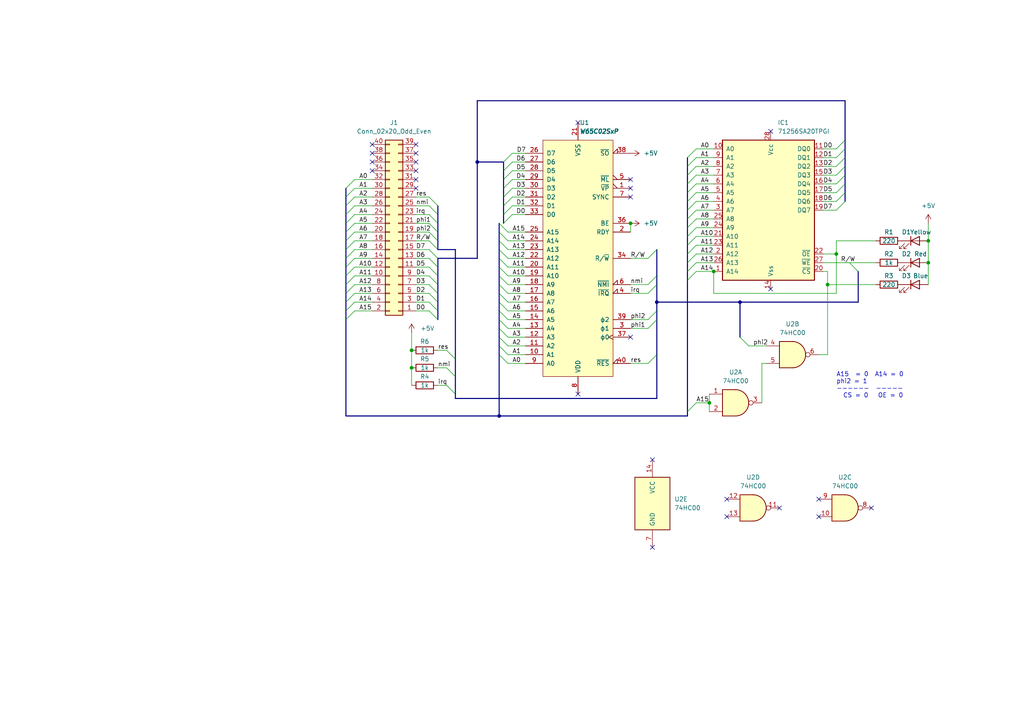
<source format=kicad_sch>
(kicad_sch (version 20211123) (generator eeschema)
  (paper "A4")
  (lib_symbols
    (symbol "65xx:W65C02SxP" (pin_names (offset 1.016))
      (property "Reference" "U" (at -10.16 35.56 0))
      (property "Value" "W65C02SxP" (at 0 0 90))
      (symbol "W65C02SxP_0_1"
        (rectangle (start -10.16 34.29) (end 10.16 -34.29) (fill (type background)))
      )
      (symbol "W65C02SxP_1_1"
        (pin output output_low (at -15.24 -20.32 0) (length 5.08) (name "~{VP}") (number "1"))
        (pin tri_state line (at 15.24 27.94 180) (length 5.08) (name "A1") (number "10"))
        (pin tri_state line (at 15.24 25.4 180) (length 5.08) (name "A2") (number "11"))
        (pin tri_state line (at 15.24 22.86 180) (length 5.08) (name "A3") (number "12"))
        (pin tri_state line (at 15.24 20.32 180) (length 5.08) (name "A4") (number "13"))
        (pin tri_state line (at 15.24 17.78 180) (length 5.08) (name "A5") (number "14"))
        (pin tri_state line (at 15.24 15.24 180) (length 5.08) (name "A6") (number "15"))
        (pin tri_state line (at 15.24 12.7 180) (length 5.08) (name "A7") (number "16"))
        (pin tri_state line (at 15.24 10.16 180) (length 5.08) (name "A8") (number "17"))
        (pin tri_state line (at 15.24 7.62 180) (length 5.08) (name "A9") (number "18"))
        (pin tri_state line (at 15.24 5.08 180) (length 5.08) (name "A10") (number "19"))
        (pin open_collector line (at -15.24 -7.62 0) (length 5.08) (name "RDY") (number "2"))
        (pin tri_state line (at 15.24 2.54 180) (length 5.08) (name "A11") (number "20"))
        (pin power_in line (at 0 -39.37 90) (length 5.08) (name "VSS") (number "21"))
        (pin tri_state line (at 15.24 0 180) (length 5.08) (name "A12") (number "22"))
        (pin tri_state line (at 15.24 -2.54 180) (length 5.08) (name "A13") (number "23"))
        (pin tri_state line (at 15.24 -5.08 180) (length 5.08) (name "A14") (number "24"))
        (pin tri_state line (at 15.24 -7.62 180) (length 5.08) (name "A15") (number "25"))
        (pin bidirectional line (at 15.24 -30.48 180) (length 5.08) (name "D7") (number "26"))
        (pin bidirectional line (at 15.24 -27.94 180) (length 5.08) (name "D6") (number "27"))
        (pin bidirectional line (at 15.24 -25.4 180) (length 5.08) (name "D5") (number "28"))
        (pin bidirectional line (at 15.24 -22.86 180) (length 5.08) (name "D4") (number "29"))
        (pin output line (at -15.24 20.32 0) (length 5.08) (name "ϕ1") (number "3"))
        (pin bidirectional line (at 15.24 -20.32 180) (length 5.08) (name "D3") (number "30"))
        (pin bidirectional line (at 15.24 -17.78 180) (length 5.08) (name "D2") (number "31"))
        (pin bidirectional line (at 15.24 -15.24 180) (length 5.08) (name "D1") (number "32"))
        (pin bidirectional line (at 15.24 -12.7 180) (length 5.08) (name "D0") (number "33"))
        (pin tri_state line (at -15.24 0 0) (length 5.08) (name "R/~{W}") (number "34"))
        (pin no_connect non_logic (at -10.16 -27.94 0) (length 2.54) hide (name "nc") (number "35"))
        (pin input line (at -15.24 -10.16 0) (length 5.08) (name "BE") (number "36"))
        (pin input clock (at -15.24 22.86 0) (length 5.08) (name "ϕ0") (number "37"))
        (pin input input_low (at -15.24 -30.48 0) (length 5.08) (name "~{SO}") (number "38"))
        (pin output line (at -15.24 17.78 0) (length 5.08) (name "ϕ2") (number "39"))
        (pin input input_low (at -15.24 10.16 0) (length 5.08) (name "~{IRQ}") (number "4"))
        (pin input input_low (at -15.24 30.48 0) (length 5.08) (name "~{RES}") (number "40"))
        (pin output output_low (at -15.24 -22.86 0) (length 5.08) (name "~{ML}") (number "5"))
        (pin input input_low (at -15.24 7.62 0) (length 5.08) (name "~{NMI}") (number "6"))
        (pin output line (at -15.24 -17.78 0) (length 5.08) (name "SYNC") (number "7"))
        (pin power_in line (at 0 39.37 270) (length 5.08) (name "VDD") (number "8"))
        (pin tri_state line (at 15.24 30.48 180) (length 5.08) (name "A0") (number "9"))
      )
    )
    (symbol "74xx:74HC00" (pin_names (offset 1.016))
      (property "Reference" "U" (at 0 1.27 0))
      (property "Value" "74HC00" (at 0 -1.27 0))
      (symbol "74HC00_1_1"
        (arc (start 0 -3.81) (mid 3.81 0) (end 0 3.81) (stroke (width 0.254)) (fill (type background)))
        (polyline (pts (xy 0 3.81) (xy -3.81 3.81) (xy -3.81 -3.81) (xy 0 -3.81)) (stroke (width 0.254)) (fill (type background)))
        (pin input line (at -7.62 2.54 0) (length 3.81) (name "~") (number "1"))
        (pin input line (at -7.62 -2.54 0) (length 3.81) (name "~") (number "2"))
        (pin output inverted (at 7.62 0 180) (length 3.81) (name "~") (number "3"))
      )
      (symbol "74HC00_1_2"
        (arc (start -3.81 -3.81) (mid -2.589 0) (end -3.81 3.81) (stroke (width 0.254)))
        (arc (start -0.6096 -3.81) (mid 2.1842 -2.5851) (end 3.81 0) (stroke (width 0.254)) (fill (type background)))
        (polyline (pts (xy -3.81 -3.81) (xy -0.635 -3.81)) (stroke (width 0.254)) (fill (type background)))
        (polyline (pts (xy -3.81 3.81) (xy -0.635 3.81)) (stroke (width 0.254)) (fill (type background)))
        (polyline (pts (xy -0.635 3.81) (xy -3.81 3.81) (xy -3.81 3.81) (xy -3.556 3.4036) (xy -3.0226 2.2606) (xy -2.6924 1.0414) (xy -2.6162 -0.254) (xy -2.7686 -1.4986) (xy -3.175 -2.7178) (xy -3.81 -3.81) (xy -3.81 -3.81) (xy -0.635 -3.81)) (stroke (width -25.4)) (fill (type background)))
        (arc (start 3.81 0) (mid 2.1915 2.5936) (end -0.6096 3.81) (stroke (width 0.254)) (fill (type background)))
        (pin input inverted (at -7.62 2.54 0) (length 4.318) (name "~") (number "1"))
        (pin input inverted (at -7.62 -2.54 0) (length 4.318) (name "~") (number "2"))
        (pin output line (at 7.62 0 180) (length 3.81) (name "~") (number "3"))
      )
      (symbol "74HC00_2_1"
        (arc (start 0 -3.81) (mid 3.81 0) (end 0 3.81) (stroke (width 0.254)) (fill (type background)))
        (polyline (pts (xy 0 3.81) (xy -3.81 3.81) (xy -3.81 -3.81) (xy 0 -3.81)) (stroke (width 0.254)) (fill (type background)))
        (pin input line (at -7.62 2.54 0) (length 3.81) (name "~") (number "4"))
        (pin input line (at -7.62 -2.54 0) (length 3.81) (name "~") (number "5"))
        (pin output inverted (at 7.62 0 180) (length 3.81) (name "~") (number "6"))
      )
      (symbol "74HC00_2_2"
        (arc (start -3.81 -3.81) (mid -2.589 0) (end -3.81 3.81) (stroke (width 0.254)))
        (arc (start -0.6096 -3.81) (mid 2.1842 -2.5851) (end 3.81 0) (stroke (width 0.254)) (fill (type background)))
        (polyline (pts (xy -3.81 -3.81) (xy -0.635 -3.81)) (stroke (width 0.254)) (fill (type background)))
        (polyline (pts (xy -3.81 3.81) (xy -0.635 3.81)) (stroke (width 0.254)) (fill (type background)))
        (polyline (pts (xy -0.635 3.81) (xy -3.81 3.81) (xy -3.81 3.81) (xy -3.556 3.4036) (xy -3.0226 2.2606) (xy -2.6924 1.0414) (xy -2.6162 -0.254) (xy -2.7686 -1.4986) (xy -3.175 -2.7178) (xy -3.81 -3.81) (xy -3.81 -3.81) (xy -0.635 -3.81)) (stroke (width -25.4)) (fill (type background)))
        (arc (start 3.81 0) (mid 2.1915 2.5936) (end -0.6096 3.81) (stroke (width 0.254)) (fill (type background)))
        (pin input inverted (at -7.62 2.54 0) (length 4.318) (name "~") (number "4"))
        (pin input inverted (at -7.62 -2.54 0) (length 4.318) (name "~") (number "5"))
        (pin output line (at 7.62 0 180) (length 3.81) (name "~") (number "6"))
      )
      (symbol "74HC00_3_1"
        (arc (start 0 -3.81) (mid 3.81 0) (end 0 3.81) (stroke (width 0.254)) (fill (type background)))
        (polyline (pts (xy 0 3.81) (xy -3.81 3.81) (xy -3.81 -3.81) (xy 0 -3.81)) (stroke (width 0.254)) (fill (type background)))
        (pin input line (at -7.62 -2.54 0) (length 3.81) (name "~") (number "10"))
        (pin output inverted (at 7.62 0 180) (length 3.81) (name "~") (number "8"))
        (pin input line (at -7.62 2.54 0) (length 3.81) (name "~") (number "9"))
      )
      (symbol "74HC00_3_2"
        (arc (start -3.81 -3.81) (mid -2.589 0) (end -3.81 3.81) (stroke (width 0.254)))
        (arc (start -0.6096 -3.81) (mid 2.1842 -2.5851) (end 3.81 0) (stroke (width 0.254)) (fill (type background)))
        (polyline (pts (xy -3.81 -3.81) (xy -0.635 -3.81)) (stroke (width 0.254)) (fill (type background)))
        (polyline (pts (xy -3.81 3.81) (xy -0.635 3.81)) (stroke (width 0.254)) (fill (type background)))
        (polyline (pts (xy -0.635 3.81) (xy -3.81 3.81) (xy -3.81 3.81) (xy -3.556 3.4036) (xy -3.0226 2.2606) (xy -2.6924 1.0414) (xy -2.6162 -0.254) (xy -2.7686 -1.4986) (xy -3.175 -2.7178) (xy -3.81 -3.81) (xy -3.81 -3.81) (xy -0.635 -3.81)) (stroke (width -25.4)) (fill (type background)))
        (arc (start 3.81 0) (mid 2.1915 2.5936) (end -0.6096 3.81) (stroke (width 0.254)) (fill (type background)))
        (pin input inverted (at -7.62 -2.54 0) (length 4.318) (name "~") (number "10"))
        (pin output line (at 7.62 0 180) (length 3.81) (name "~") (number "8"))
        (pin input inverted (at -7.62 2.54 0) (length 4.318) (name "~") (number "9"))
      )
      (symbol "74HC00_4_1"
        (arc (start 0 -3.81) (mid 3.81 0) (end 0 3.81) (stroke (width 0.254)) (fill (type background)))
        (polyline (pts (xy 0 3.81) (xy -3.81 3.81) (xy -3.81 -3.81) (xy 0 -3.81)) (stroke (width 0.254)) (fill (type background)))
        (pin output inverted (at 7.62 0 180) (length 3.81) (name "~") (number "11"))
        (pin input line (at -7.62 2.54 0) (length 3.81) (name "~") (number "12"))
        (pin input line (at -7.62 -2.54 0) (length 3.81) (name "~") (number "13"))
      )
      (symbol "74HC00_4_2"
        (arc (start -3.81 -3.81) (mid -2.589 0) (end -3.81 3.81) (stroke (width 0.254)))
        (arc (start -0.6096 -3.81) (mid 2.1842 -2.5851) (end 3.81 0) (stroke (width 0.254)) (fill (type background)))
        (polyline (pts (xy -3.81 -3.81) (xy -0.635 -3.81)) (stroke (width 0.254)) (fill (type background)))
        (polyline (pts (xy -3.81 3.81) (xy -0.635 3.81)) (stroke (width 0.254)) (fill (type background)))
        (polyline (pts (xy -0.635 3.81) (xy -3.81 3.81) (xy -3.81 3.81) (xy -3.556 3.4036) (xy -3.0226 2.2606) (xy -2.6924 1.0414) (xy -2.6162 -0.254) (xy -2.7686 -1.4986) (xy -3.175 -2.7178) (xy -3.81 -3.81) (xy -3.81 -3.81) (xy -0.635 -3.81)) (stroke (width -25.4)) (fill (type background)))
        (arc (start 3.81 0) (mid 2.1915 2.5936) (end -0.6096 3.81) (stroke (width 0.254)) (fill (type background)))
        (pin output line (at 7.62 0 180) (length 3.81) (name "~") (number "11"))
        (pin input inverted (at -7.62 2.54 0) (length 4.318) (name "~") (number "12"))
        (pin input inverted (at -7.62 -2.54 0) (length 4.318) (name "~") (number "13"))
      )
      (symbol "74HC00_5_0"
        (pin power_in line (at 0 12.7 270) (length 5.08) (name "VCC") (number "14"))
        (pin power_in line (at 0 -12.7 90) (length 5.08) (name "GND") (number "7"))
      )
      (symbol "74HC00_5_1"
        (rectangle (start -5.08 7.62) (end 5.08 -7.62) (stroke (width 0.254)) (fill (type background)))
      )
    )
    (symbol "Connector_Generic:Conn_02x20_Odd_Even" (pin_names (offset 1.016) hide)
      (property "Reference" "J" (at 1.27 25.4 0))
      (property "Value" "Conn_02x20_Odd_Even" (at 1.27 -27.94 0))
      (symbol "Conn_02x20_Odd_Even_1_1"
        (rectangle (start -1.27 -25.273) (end 0 -25.527) (stroke (width 0.1524)))
        (rectangle (start -1.27 -22.733) (end 0 -22.987) (stroke (width 0.1524)))
        (rectangle (start -1.27 -20.193) (end 0 -20.447) (stroke (width 0.1524)))
        (rectangle (start -1.27 -17.653) (end 0 -17.907) (stroke (width 0.1524)))
        (rectangle (start -1.27 -15.113) (end 0 -15.367) (stroke (width 0.1524)))
        (rectangle (start -1.27 -12.573) (end 0 -12.827) (stroke (width 0.1524)))
        (rectangle (start -1.27 -10.033) (end 0 -10.287) (stroke (width 0.1524)))
        (rectangle (start -1.27 -7.493) (end 0 -7.747) (stroke (width 0.1524)))
        (rectangle (start -1.27 -4.953) (end 0 -5.207) (stroke (width 0.1524)))
        (rectangle (start -1.27 -2.413) (end 0 -2.667) (stroke (width 0.1524)))
        (rectangle (start -1.27 0.127) (end 0 -0.127) (stroke (width 0.1524)))
        (rectangle (start -1.27 2.667) (end 0 2.413) (stroke (width 0.1524)))
        (rectangle (start -1.27 5.207) (end 0 4.953) (stroke (width 0.1524)))
        (rectangle (start -1.27 7.747) (end 0 7.493) (stroke (width 0.1524)))
        (rectangle (start -1.27 10.287) (end 0 10.033) (stroke (width 0.1524)))
        (rectangle (start -1.27 12.827) (end 0 12.573) (stroke (width 0.1524)))
        (rectangle (start -1.27 15.367) (end 0 15.113) (stroke (width 0.1524)))
        (rectangle (start -1.27 17.907) (end 0 17.653) (stroke (width 0.1524)))
        (rectangle (start -1.27 20.447) (end 0 20.193) (stroke (width 0.1524)))
        (rectangle (start -1.27 22.987) (end 0 22.733) (stroke (width 0.1524)))
        (rectangle (start -1.27 24.13) (end 3.81 -26.67) (stroke (width 0.254)) (fill (type background)))
        (rectangle (start 3.81 -25.273) (end 2.54 -25.527) (stroke (width 0.1524)))
        (rectangle (start 3.81 -22.733) (end 2.54 -22.987) (stroke (width 0.1524)))
        (rectangle (start 3.81 -20.193) (end 2.54 -20.447) (stroke (width 0.1524)))
        (rectangle (start 3.81 -17.653) (end 2.54 -17.907) (stroke (width 0.1524)))
        (rectangle (start 3.81 -15.113) (end 2.54 -15.367) (stroke (width 0.1524)))
        (rectangle (start 3.81 -12.573) (end 2.54 -12.827) (stroke (width 0.1524)))
        (rectangle (start 3.81 -10.033) (end 2.54 -10.287) (stroke (width 0.1524)))
        (rectangle (start 3.81 -7.493) (end 2.54 -7.747) (stroke (width 0.1524)))
        (rectangle (start 3.81 -4.953) (end 2.54 -5.207) (stroke (width 0.1524)))
        (rectangle (start 3.81 -2.413) (end 2.54 -2.667) (stroke (width 0.1524)))
        (rectangle (start 3.81 0.127) (end 2.54 -0.127) (stroke (width 0.1524)))
        (rectangle (start 3.81 2.667) (end 2.54 2.413) (stroke (width 0.1524)))
        (rectangle (start 3.81 5.207) (end 2.54 4.953) (stroke (width 0.1524)))
        (rectangle (start 3.81 7.747) (end 2.54 7.493) (stroke (width 0.1524)))
        (rectangle (start 3.81 10.287) (end 2.54 10.033) (stroke (width 0.1524)))
        (rectangle (start 3.81 12.827) (end 2.54 12.573) (stroke (width 0.1524)))
        (rectangle (start 3.81 15.367) (end 2.54 15.113) (stroke (width 0.1524)))
        (rectangle (start 3.81 17.907) (end 2.54 17.653) (stroke (width 0.1524)))
        (rectangle (start 3.81 20.447) (end 2.54 20.193) (stroke (width 0.1524)))
        (rectangle (start 3.81 22.987) (end 2.54 22.733) (stroke (width 0.1524)))
        (pin passive line (at -5.08 22.86 0) (length 3.81) (name "Pin_1") (number "1"))
        (pin passive line (at 7.62 12.7 180) (length 3.81) (name "Pin_10") (number "10"))
        (pin passive line (at -5.08 10.16 0) (length 3.81) (name "Pin_11") (number "11"))
        (pin passive line (at 7.62 10.16 180) (length 3.81) (name "Pin_12") (number "12"))
        (pin passive line (at -5.08 7.62 0) (length 3.81) (name "Pin_13") (number "13"))
        (pin passive line (at 7.62 7.62 180) (length 3.81) (name "Pin_14") (number "14"))
        (pin passive line (at -5.08 5.08 0) (length 3.81) (name "Pin_15") (number "15"))
        (pin passive line (at 7.62 5.08 180) (length 3.81) (name "Pin_16") (number "16"))
        (pin passive line (at -5.08 2.54 0) (length 3.81) (name "Pin_17") (number "17"))
        (pin passive line (at 7.62 2.54 180) (length 3.81) (name "Pin_18") (number "18"))
        (pin passive line (at -5.08 0 0) (length 3.81) (name "Pin_19") (number "19"))
        (pin passive line (at 7.62 22.86 180) (length 3.81) (name "Pin_2") (number "2"))
        (pin passive line (at 7.62 0 180) (length 3.81) (name "Pin_20") (number "20"))
        (pin passive line (at -5.08 -2.54 0) (length 3.81) (name "Pin_21") (number "21"))
        (pin passive line (at 7.62 -2.54 180) (length 3.81) (name "Pin_22") (number "22"))
        (pin passive line (at -5.08 -5.08 0) (length 3.81) (name "Pin_23") (number "23"))
        (pin passive line (at 7.62 -5.08 180) (length 3.81) (name "Pin_24") (number "24"))
        (pin passive line (at -5.08 -7.62 0) (length 3.81) (name "Pin_25") (number "25"))
        (pin passive line (at 7.62 -7.62 180) (length 3.81) (name "Pin_26") (number "26"))
        (pin passive line (at -5.08 -10.16 0) (length 3.81) (name "Pin_27") (number "27"))
        (pin passive line (at 7.62 -10.16 180) (length 3.81) (name "Pin_28") (number "28"))
        (pin passive line (at -5.08 -12.7 0) (length 3.81) (name "Pin_29") (number "29"))
        (pin passive line (at -5.08 20.32 0) (length 3.81) (name "Pin_3") (number "3"))
        (pin passive line (at 7.62 -12.7 180) (length 3.81) (name "Pin_30") (number "30"))
        (pin passive line (at -5.08 -15.24 0) (length 3.81) (name "Pin_31") (number "31"))
        (pin passive line (at 7.62 -15.24 180) (length 3.81) (name "Pin_32") (number "32"))
        (pin passive line (at -5.08 -17.78 0) (length 3.81) (name "Pin_33") (number "33"))
        (pin passive line (at 7.62 -17.78 180) (length 3.81) (name "Pin_34") (number "34"))
        (pin passive line (at -5.08 -20.32 0) (length 3.81) (name "Pin_35") (number "35"))
        (pin passive line (at 7.62 -20.32 180) (length 3.81) (name "Pin_36") (number "36"))
        (pin passive line (at -5.08 -22.86 0) (length 3.81) (name "Pin_37") (number "37"))
        (pin passive line (at 7.62 -22.86 180) (length 3.81) (name "Pin_38") (number "38"))
        (pin passive line (at -5.08 -25.4 0) (length 3.81) (name "Pin_39") (number "39"))
        (pin passive line (at 7.62 20.32 180) (length 3.81) (name "Pin_4") (number "4"))
        (pin passive line (at 7.62 -25.4 180) (length 3.81) (name "Pin_40") (number "40"))
        (pin passive line (at -5.08 17.78 0) (length 3.81) (name "Pin_5") (number "5"))
        (pin passive line (at 7.62 17.78 180) (length 3.81) (name "Pin_6") (number "6"))
        (pin passive line (at -5.08 15.24 0) (length 3.81) (name "Pin_7") (number "7"))
        (pin passive line (at 7.62 15.24 180) (length 3.81) (name "Pin_8") (number "8"))
        (pin passive line (at -5.08 12.7 0) (length 3.81) (name "Pin_9") (number "9"))
      )
    )
    (symbol "Device:LED" (pin_numbers hide) (pin_names (offset 1.016) hide)
      (property "Reference" "D" (at 0 2.54 0))
      (property "Value" "LED" (at 0 -2.54 0))
      (symbol "LED_0_1"
        (polyline (pts (xy -1.27 -1.27) (xy -1.27 1.27)) (stroke (width 0.254)))
        (polyline (pts (xy -1.27 0) (xy 1.27 0)))
        (polyline (pts (xy 1.27 -1.27) (xy 1.27 1.27) (xy -1.27 0) (xy 1.27 -1.27)) (stroke (width 0.254)))
        (polyline (pts (xy -3.048 -0.762) (xy -4.572 -2.286) (xy -3.81 -2.286) (xy -4.572 -2.286) (xy -4.572 -1.524)))
        (polyline (pts (xy -1.778 -0.762) (xy -3.302 -2.286) (xy -2.54 -2.286) (xy -3.302 -2.286) (xy -3.302 -1.524)))
      )
      (symbol "LED_1_1"
        (pin passive line (at -3.81 0 0) (length 2.54) (name "K") (number "1"))
        (pin passive line (at 3.81 0 180) (length 2.54) (name "A") (number "2"))
      )
    )
    (symbol "Device:R" (pin_numbers hide) (pin_names (offset 0))
      (property "Reference" "R" (at 2.032 0 90))
      (property "Value" "R" (at 0 0 90))
      (symbol "R_0_1"
        (rectangle (start -1.016 -2.54) (end 1.016 2.54) (stroke (width 0.254)))
      )
      (symbol "R_1_1"
        (pin passive line (at 0 3.81 270) (length 1.27) (name "~") (number "1"))
        (pin passive line (at 0 -3.81 90) (length 1.27) (name "~") (number "2"))
      )
    )
    (symbol "IDT:71256SA20TPGI" (pin_names (offset 1.016))
      (property "Reference" "IC" (at -12.7 21.59 0))
      (property "Value" "71256SA20TPGI" (at -8.89 -21.59 0))
      (symbol "71256SA20TPGI_1_0"
        (rectangle (start -13.97 -20.32) (end 12.7 20.32) (stroke (width 0.3048)) (fill (type background)))
      )
      (symbol "71256SA20TPGI_1_1"
        (pin input line (at -16.51 -17.78 0) (length 2.54) (name "A14") (number "1"))
        (pin input line (at -16.51 17.78 0) (length 2.54) (name "A0") (number "10"))
        (pin bidirectional line (at 15.24 17.78 180) (length 2.54) (name "DQ0") (number "11"))
        (pin bidirectional line (at 15.24 15.24 180) (length 2.54) (name "DQ1") (number "12"))
        (pin bidirectional line (at 15.24 12.7 180) (length 2.54) (name "DQ2") (number "13"))
        (pin power_in line (at 0 -22.86 90) (length 2.54) (name "Vss") (number "14"))
        (pin bidirectional line (at 15.24 10.16 180) (length 2.54) (name "DQ3") (number "15"))
        (pin bidirectional line (at 15.24 7.62 180) (length 2.54) (name "DQ4") (number "16"))
        (pin bidirectional line (at 15.24 5.08 180) (length 2.54) (name "DQ5") (number "17"))
        (pin bidirectional line (at 15.24 2.54 180) (length 2.54) (name "DQ6") (number "18"))
        (pin bidirectional line (at 15.24 0 180) (length 2.54) (name "DQ7") (number "19"))
        (pin input line (at -16.51 -12.7 0) (length 2.54) (name "A12") (number "2"))
        (pin input line (at 15.24 -17.78 180) (length 2.54) (name "~{CS}") (number "20"))
        (pin input line (at -16.51 -7.62 0) (length 2.54) (name "A10") (number "21"))
        (pin input line (at 15.24 -12.7 180) (length 2.54) (name "~{OE}") (number "22"))
        (pin input line (at -16.51 -10.16 0) (length 2.54) (name "A11") (number "23"))
        (pin input line (at -16.51 -5.08 0) (length 2.54) (name "A9") (number "24"))
        (pin input line (at -16.51 -2.54 0) (length 2.54) (name "A8") (number "25"))
        (pin input line (at -16.51 -15.24 0) (length 2.54) (name "A13") (number "26"))
        (pin input line (at 15.24 -15.24 180) (length 2.54) (name "~{WE}") (number "27"))
        (pin power_in line (at 0 22.86 270) (length 2.54) (name "Vcc") (number "28"))
        (pin input line (at -16.51 0 0) (length 2.54) (name "A7") (number "3"))
        (pin input line (at -16.51 2.54 0) (length 2.54) (name "A6") (number "4"))
        (pin input line (at -16.51 5.08 0) (length 2.54) (name "A5") (number "5"))
        (pin input line (at -16.51 7.62 0) (length 2.54) (name "A4") (number "6"))
        (pin input line (at -16.51 10.16 0) (length 2.54) (name "A3") (number "7"))
        (pin input line (at -16.51 12.7 0) (length 2.54) (name "A2") (number "8"))
        (pin input line (at -16.51 15.24 0) (length 2.54) (name "A1") (number "9"))
      )
    )
    (symbol "power:+5V" (power) (pin_names (offset 0))
      (property "Value" "+5V" (at 0 3.556 0))
      (symbol "+5V_0_1"
        (polyline (pts (xy -0.762 1.27) (xy 0 2.54)))
        (polyline (pts (xy 0 0) (xy 0 2.54)))
        (polyline (pts (xy 0 2.54) (xy 0.762 1.27)))
      )
      (symbol "+5V_1_1"
        (pin power_in line (at 0 0 90) (length 0) hide (name "+5V") (number "1"))
      )
    )
  )
  (junction (at 190.5 87.63))
  (junction (at 138.43 46.99))
  (junction (at 269.24 76.2))
  (junction (at 242.57 73.66))
  (junction (at 207.01 78.74))
  (junction (at 205.74 116.84))
  (junction (at 240.03 82.55))
  (junction (at 144.78 120.65))
  (junction (at 119.38 106.68))
  (junction (at 119.38 101.6))
  (junction (at 214.63 87.63))
  (junction (at 182.88 64.77))
  (junction (at 269.24 69.85))
  (no_connect (at 182.88 97.79))
  (no_connect (at 182.88 57.15))
  (no_connect (at 182.88 54.61))
  (no_connect (at 182.88 52.07))
  (no_connect (at 167.64 114.3))
  (no_connect (at 189.23 133.35))
  (no_connect (at 210.82 144.78))
  (no_connect (at 210.82 149.86))
  (no_connect (at 226.06 147.32))
  (no_connect (at 189.23 158.75))
  (no_connect (at 237.49 144.78))
  (no_connect (at 237.49 149.86))
  (no_connect (at 252.73 147.32))
  (no_connect (at 120.65 41.91))
  (no_connect (at 120.65 44.45))
  (no_connect (at 120.65 46.99))
  (no_connect (at 120.65 49.53))
  (no_connect (at 120.65 52.07))
  (no_connect (at 120.65 54.61))
  (no_connect (at 107.95 49.53))
  (no_connect (at 107.95 46.99))
  (no_connect (at 107.95 44.45))
  (no_connect (at 107.95 41.91))
  (no_connect (at 167.64 35.56))
  (no_connect (at 223.52 38.1))
  (no_connect (at 223.52 83.82))
  (bus_entry (at 144.78 87.63) (size 2.54 2.54))
  (bus_entry (at 144.78 69.85) (size 2.54 2.54))
  (bus_entry (at 242.57 48.26) (size 2.54 -2.54))
  (bus_entry (at 245.11 40.64) (size -2.54 2.54))
  (bus_entry (at 144.78 92.71) (size 2.54 2.54))
  (bus_entry (at 129.54 111.76) (size 2.54 2.54))
  (bus_entry (at 246.38 76.2) (size 2.54 2.54))
  (bus_entry (at 148.59 52.07) (size -2.54 2.54))
  (bus_entry (at 129.54 101.6) (size 2.54 2.54))
  (bus_entry (at 148.59 49.53) (size -2.54 2.54))
  (bus_entry (at 144.78 77.47) (size 2.54 2.54))
  (bus_entry (at 144.78 95.25) (size 2.54 2.54))
  (bus_entry (at 199.39 68.58) (size 2.54 -2.54))
  (bus_entry (at 127 92.71) (size -2.54 -2.54))
  (bus_entry (at 127 90.17) (size -2.54 -2.54))
  (bus_entry (at 100.33 72.39) (size 2.54 -2.54))
  (bus_entry (at 100.33 92.71) (size 2.54 -2.54))
  (bus_entry (at 100.33 90.17) (size 2.54 -2.54))
  (bus_entry (at 100.33 85.09) (size 2.54 -2.54))
  (bus_entry (at 100.33 87.63) (size 2.54 -2.54))
  (bus_entry (at 100.33 82.55) (size 2.54 -2.54))
  (bus_entry (at 100.33 74.93) (size 2.54 -2.54))
  (bus_entry (at 100.33 80.01) (size 2.54 -2.54))
  (bus_entry (at 100.33 77.47) (size 2.54 -2.54))
  (bus_entry (at 100.33 69.85) (size 2.54 -2.54))
  (bus_entry (at 100.33 67.31) (size 2.54 -2.54))
  (bus_entry (at 100.33 64.77) (size 2.54 -2.54))
  (bus_entry (at 100.33 57.15) (size 2.54 -2.54))
  (bus_entry (at 100.33 59.69) (size 2.54 -2.54))
  (bus_entry (at 100.33 54.61) (size 2.54 -2.54))
  (bus_entry (at 100.33 62.23) (size 2.54 -2.54))
  (bus_entry (at 199.39 78.74) (size 2.54 -2.54))
  (bus_entry (at 214.63 97.79) (size 2.54 2.54))
  (bus_entry (at 144.78 74.93) (size 2.54 2.54))
  (bus_entry (at 148.59 57.15) (size -2.54 2.54))
  (bus_entry (at 148.59 46.99) (size -2.54 2.54))
  (bus_entry (at 144.78 90.17) (size 2.54 2.54))
  (bus_entry (at 144.78 97.79) (size 2.54 2.54))
  (bus_entry (at 199.39 73.66) (size 2.54 -2.54))
  (bus_entry (at 199.39 60.96) (size 2.54 -2.54))
  (bus_entry (at 124.46 74.93) (size 2.54 2.54))
  (bus_entry (at 124.46 72.39) (size 2.54 2.54))
  (bus_entry (at 124.46 77.47) (size 2.54 2.54))
  (bus_entry (at 124.46 69.85) (size 2.54 2.54))
  (bus_entry (at 124.46 82.55) (size 2.54 2.54))
  (bus_entry (at 124.46 85.09) (size 2.54 2.54))
  (bus_entry (at 124.46 80.01) (size 2.54 2.54))
  (bus_entry (at 124.46 67.31) (size 2.54 2.54))
  (bus_entry (at 124.46 64.77) (size 2.54 2.54))
  (bus_entry (at 124.46 62.23) (size 2.54 2.54))
  (bus_entry (at 124.46 59.69) (size 2.54 2.54))
  (bus_entry (at 124.46 57.15) (size 2.54 2.54))
  (bus_entry (at 199.39 66.04) (size 2.54 -2.54))
  (bus_entry (at 199.39 50.8) (size 2.54 -2.54))
  (bus_entry (at 144.78 82.55) (size 2.54 2.54))
  (bus_entry (at 199.39 58.42) (size 2.54 -2.54))
  (bus_entry (at 199.39 81.28) (size 2.54 -2.54))
  (bus_entry (at 242.57 58.42) (size 2.54 -2.54))
  (bus_entry (at 199.39 76.2) (size 2.54 -2.54))
  (bus_entry (at 245.11 43.18) (size -2.54 2.54))
  (bus_entry (at 144.78 80.01) (size 2.54 2.54))
  (bus_entry (at 144.78 100.33) (size 2.54 2.54))
  (bus_entry (at 148.59 44.45) (size -2.54 2.54))
  (bus_entry (at 199.39 48.26) (size 2.54 -2.54))
  (bus_entry (at 146.05 64.77) (size 2.54 -2.54))
  (bus_entry (at 242.57 50.8) (size 2.54 -2.54))
  (bus_entry (at 199.39 45.72) (size 2.54 -2.54))
  (bus_entry (at 199.39 55.88) (size 2.54 -2.54))
  (bus_entry (at 144.78 85.09) (size 2.54 2.54))
  (bus_entry (at 242.57 60.96) (size 2.54 -2.54))
  (bus_entry (at 199.39 71.12) (size 2.54 -2.54))
  (bus_entry (at 144.78 102.87) (size 2.54 2.54))
  (bus_entry (at 144.78 64.77) (size 2.54 2.54))
  (bus_entry (at 199.39 63.5) (size 2.54 -2.54))
  (bus_entry (at 199.39 119.38) (size 2.54 -2.54))
  (bus_entry (at 242.57 53.34) (size 2.54 -2.54))
  (bus_entry (at 144.78 72.39) (size 2.54 2.54))
  (bus_entry (at 146.05 62.23) (size 2.54 -2.54))
  (bus_entry (at 199.39 53.34) (size 2.54 -2.54))
  (bus_entry (at 144.78 67.31) (size 2.54 2.54))
  (bus_entry (at 148.59 54.61) (size -2.54 2.54))
  (bus_entry (at 129.54 106.68) (size 2.54 2.54))
  (bus_entry (at 242.57 55.88) (size 2.54 -2.54))
  (bus_entry (at 187.96 74.93) (size 2.54 -2.54))
  (bus_entry (at 187.96 105.41) (size 2.54 -2.54))
  (bus_entry (at 187.96 95.25) (size 2.54 -2.54))
  (bus_entry (at 187.96 92.71) (size 2.54 -2.54))
  (bus_entry (at 187.96 85.09) (size 2.54 -2.54))
  (bus_entry (at 187.96 82.55) (size 2.54 -2.54))
  (wire (pts (xy 240.03 82.55) (xy 254 82.55)))
  (bus (pts (xy 127 82.55) (xy 127 85.09)))
  (wire (pts (xy 242.57 73.66) (xy 238.76 73.66)))
  (bus (pts (xy 190.5 87.63) (xy 190.5 90.17)))
  (bus (pts (xy 100.33 57.15) (xy 100.33 59.69)))
  (wire (pts (xy 120.65 80.01) (xy 124.46 80.01)))
  (bus (pts (xy 199.39 55.88) (xy 199.39 58.42)))
  (bus (pts (xy 199.39 119.38) (xy 199.39 81.28)))
  (wire (pts (xy 120.65 64.77) (xy 124.46 64.77)))
  (bus (pts (xy 245.11 45.72) (xy 245.11 43.18)))
  (wire (pts (xy 147.32 72.39) (xy 152.4 72.39)))
  (wire (pts (xy 238.76 45.72) (xy 242.57 45.72)))
  (bus (pts (xy 199.39 53.34) (xy 199.39 55.88)))
  (bus (pts (xy 138.43 46.99) (xy 138.43 29.21)))
  (wire (pts (xy 201.93 116.84) (xy 205.74 116.84)))
  (wire (pts (xy 182.88 64.77) (xy 182.88 67.31)))
  (wire (pts (xy 102.87 72.39) (xy 107.95 72.39)))
  (bus (pts (xy 100.33 82.55) (xy 100.33 85.09)))
  (wire (pts (xy 237.49 102.87) (xy 240.03 102.87)))
  (bus (pts (xy 100.33 62.23) (xy 100.33 64.77)))
  (bus (pts (xy 144.78 80.01) (xy 144.78 77.47)))
  (wire (pts (xy 102.87 52.07) (xy 107.95 52.07)))
  (bus (pts (xy 127 62.23) (xy 127 64.77)))
  (wire (pts (xy 147.32 67.31) (xy 152.4 67.31)))
  (bus (pts (xy 144.78 87.63) (xy 144.78 85.09)))
  (wire (pts (xy 119.38 96.52) (xy 119.38 101.6)))
  (bus (pts (xy 144.78 102.87) (xy 144.78 100.33)))
  (bus (pts (xy 100.33 80.01) (xy 100.33 82.55)))
  (wire (pts (xy 201.93 53.34) (xy 207.01 53.34)))
  (bus (pts (xy 199.39 45.72) (xy 199.39 48.26)))
  (bus (pts (xy 199.39 66.04) (xy 199.39 68.58)))
  (bus (pts (xy 144.78 85.09) (xy 144.78 82.55)))
  (bus (pts (xy 144.78 74.93) (xy 144.78 72.39)))
  (wire (pts (xy 201.93 50.8) (xy 207.01 50.8)))
  (bus (pts (xy 132.08 109.22) (xy 132.08 104.14)))
  (wire (pts (xy 102.87 69.85) (xy 107.95 69.85)))
  (bus (pts (xy 199.39 60.96) (xy 199.39 63.5)))
  (bus (pts (xy 146.05 52.07) (xy 146.05 54.61)))
  (bus (pts (xy 127 80.01) (xy 127 82.55)))
  (bus (pts (xy 199.39 48.26) (xy 199.39 50.8)))
  (wire (pts (xy 242.57 85.09) (xy 242.57 73.66)))
  (bus (pts (xy 100.33 54.61) (xy 100.33 57.15)))
  (bus (pts (xy 190.5 82.55) (xy 190.5 87.63)))
  (bus (pts (xy 100.33 92.71) (xy 100.33 120.65)))
  (bus (pts (xy 199.39 78.74) (xy 199.39 81.28)))
  (wire (pts (xy 205.74 116.84) (xy 205.74 119.38)))
  (wire (pts (xy 182.88 85.09) (xy 187.96 85.09)))
  (bus (pts (xy 146.05 49.53) (xy 146.05 52.07)))
  (wire (pts (xy 201.93 76.2) (xy 207.01 76.2)))
  (wire (pts (xy 120.65 87.63) (xy 124.46 87.63)))
  (wire (pts (xy 147.32 100.33) (xy 152.4 100.33)))
  (wire (pts (xy 102.87 87.63) (xy 107.95 87.63)))
  (bus (pts (xy 199.39 73.66) (xy 199.39 76.2)))
  (bus (pts (xy 127 69.85) (xy 127 72.39)))
  (wire (pts (xy 147.32 97.79) (xy 152.4 97.79)))
  (bus (pts (xy 245.11 50.8) (xy 245.11 48.26)))
  (wire (pts (xy 152.4 59.69) (xy 148.59 59.69)))
  (bus (pts (xy 132.08 72.39) (xy 127 72.39)))
  (wire (pts (xy 182.88 95.25) (xy 187.96 95.25)))
  (bus (pts (xy 144.78 72.39) (xy 144.78 69.85)))
  (wire (pts (xy 147.32 102.87) (xy 152.4 102.87)))
  (bus (pts (xy 190.5 72.39) (xy 190.5 80.01)))
  (bus (pts (xy 144.78 97.79) (xy 144.78 95.25)))
  (bus (pts (xy 127 67.31) (xy 127 69.85)))
  (bus (pts (xy 144.78 95.25) (xy 144.78 92.71)))
  (wire (pts (xy 147.32 80.01) (xy 152.4 80.01)))
  (wire (pts (xy 120.65 67.31) (xy 124.46 67.31)))
  (wire (pts (xy 201.93 60.96) (xy 207.01 60.96)))
  (bus (pts (xy 199.39 63.5) (xy 199.39 66.04)))
  (bus (pts (xy 245.11 55.88) (xy 245.11 53.34)))
  (bus (pts (xy 245.11 58.42) (xy 245.11 55.88)))
  (wire (pts (xy 147.32 69.85) (xy 152.4 69.85)))
  (wire (pts (xy 217.17 100.33) (xy 222.25 100.33)))
  (bus (pts (xy 144.78 90.17) (xy 144.78 87.63)))
  (wire (pts (xy 201.93 43.18) (xy 207.01 43.18)))
  (wire (pts (xy 120.65 90.17) (xy 124.46 90.17)))
  (bus (pts (xy 127 74.93) (xy 127 77.47)))
  (bus (pts (xy 245.11 53.34) (xy 245.11 50.8)))
  (wire (pts (xy 120.65 82.55) (xy 124.46 82.55)))
  (wire (pts (xy 102.87 62.23) (xy 107.95 62.23)))
  (bus (pts (xy 190.5 92.71) (xy 190.5 102.87)))
  (wire (pts (xy 152.4 46.99) (xy 148.59 46.99)))
  (bus (pts (xy 127 87.63) (xy 127 90.17)))
  (bus (pts (xy 199.39 120.65) (xy 199.39 119.38)))
  (wire (pts (xy 240.03 82.55) (xy 240.03 78.74)))
  (wire (pts (xy 238.76 55.88) (xy 242.57 55.88)))
  (wire (pts (xy 120.65 57.15) (xy 124.46 57.15)))
  (bus (pts (xy 146.05 62.23) (xy 146.05 64.77)))
  (bus (pts (xy 127 59.69) (xy 127 62.23)))
  (wire (pts (xy 102.87 67.31) (xy 107.95 67.31)))
  (wire (pts (xy 238.76 50.8) (xy 242.57 50.8)))
  (bus (pts (xy 146.05 54.61) (xy 146.05 57.15)))
  (wire (pts (xy 120.65 72.39) (xy 124.46 72.39)))
  (wire (pts (xy 102.87 90.17) (xy 107.95 90.17)))
  (bus (pts (xy 127 77.47) (xy 127 80.01)))
  (wire (pts (xy 201.93 58.42) (xy 207.01 58.42)))
  (wire (pts (xy 238.76 60.96) (xy 242.57 60.96)))
  (bus (pts (xy 144.78 67.31) (xy 144.78 64.77)))
  (bus (pts (xy 144.78 82.55) (xy 144.78 80.01)))
  (bus (pts (xy 199.39 71.12) (xy 199.39 73.66)))
  (bus (pts (xy 132.08 104.14) (xy 132.08 72.39)))
  (wire (pts (xy 220.98 116.84) (xy 220.98 105.41)))
  (wire (pts (xy 120.65 77.47) (xy 124.46 77.47)))
  (wire (pts (xy 102.87 80.01) (xy 107.95 80.01)))
  (bus (pts (xy 144.78 69.85) (xy 144.78 67.31)))
  (bus (pts (xy 127 74.93) (xy 138.43 74.93)))
  (bus (pts (xy 132.08 114.3) (xy 132.08 109.22)))
  (bus (pts (xy 100.33 77.47) (xy 100.33 80.01)))
  (bus (pts (xy 144.78 92.71) (xy 144.78 90.17)))
  (bus (pts (xy 138.43 29.21) (xy 245.11 29.21)))
  (wire (pts (xy 147.32 90.17) (xy 152.4 90.17)))
  (bus (pts (xy 199.39 58.42) (xy 199.39 60.96)))
  (wire (pts (xy 120.65 59.69) (xy 124.46 59.69)))
  (wire (pts (xy 182.88 74.93) (xy 187.96 74.93)))
  (bus (pts (xy 127 64.77) (xy 127 67.31)))
  (wire (pts (xy 120.65 85.09) (xy 124.46 85.09)))
  (bus (pts (xy 214.63 87.63) (xy 190.5 87.63)))
  (wire (pts (xy 152.4 52.07) (xy 148.59 52.07)))
  (bus (pts (xy 144.78 120.65) (xy 144.78 102.87)))
  (bus (pts (xy 245.11 48.26) (xy 245.11 45.72)))
  (bus (pts (xy 245.11 29.21) (xy 245.11 40.64)))
  (bus (pts (xy 138.43 74.93) (xy 138.43 46.99)))
  (bus (pts (xy 144.78 120.65) (xy 199.39 120.65)))
  (wire (pts (xy 201.93 55.88) (xy 207.01 55.88)))
  (wire (pts (xy 201.93 73.66) (xy 207.01 73.66)))
  (bus (pts (xy 144.78 77.47) (xy 144.78 74.93)))
  (wire (pts (xy 127 111.76) (xy 129.54 111.76)))
  (wire (pts (xy 201.93 66.04) (xy 207.01 66.04)))
  (wire (pts (xy 201.93 78.74) (xy 207.01 78.74)))
  (wire (pts (xy 242.57 69.85) (xy 242.57 73.66)))
  (bus (pts (xy 190.5 115.57) (xy 132.08 115.57)))
  (wire (pts (xy 238.76 58.42) (xy 242.57 58.42)))
  (wire (pts (xy 147.32 92.71) (xy 152.4 92.71)))
  (wire (pts (xy 102.87 59.69) (xy 107.95 59.69)))
  (wire (pts (xy 240.03 102.87) (xy 240.03 82.55)))
  (bus (pts (xy 127 85.09) (xy 127 87.63)))
  (bus (pts (xy 132.08 115.57) (xy 132.08 114.3)))
  (wire (pts (xy 102.87 85.09) (xy 107.95 85.09)))
  (bus (pts (xy 127 90.17) (xy 127 92.71)))
  (wire (pts (xy 102.87 54.61) (xy 107.95 54.61)))
  (wire (pts (xy 238.76 43.18) (xy 242.57 43.18)))
  (wire (pts (xy 147.32 85.09) (xy 152.4 85.09)))
  (wire (pts (xy 147.32 105.41) (xy 152.4 105.41)))
  (wire (pts (xy 127 106.68) (xy 129.54 106.68)))
  (bus (pts (xy 146.05 57.15) (xy 146.05 59.69)))
  (bus (pts (xy 190.5 90.17) (xy 190.5 92.71)))
  (wire (pts (xy 201.93 71.12) (xy 207.01 71.12)))
  (wire (pts (xy 147.32 77.47) (xy 152.4 77.47)))
  (bus (pts (xy 100.33 90.17) (xy 100.33 92.71)))
  (wire (pts (xy 147.32 95.25) (xy 152.4 95.25)))
  (bus (pts (xy 100.33 69.85) (xy 100.33 72.39)))
  (bus (pts (xy 100.33 74.93) (xy 100.33 77.47)))
  (bus (pts (xy 190.5 80.01) (xy 190.5 82.55)))
  (wire (pts (xy 120.65 69.85) (xy 124.46 69.85)))
  (wire (pts (xy 201.93 63.5) (xy 207.01 63.5)))
  (bus (pts (xy 245.11 43.18) (xy 245.11 40.64)))
  (bus (pts (xy 100.33 87.63) (xy 100.33 90.17)))
  (bus (pts (xy 100.33 67.31) (xy 100.33 69.85)))
  (bus (pts (xy 190.5 102.87) (xy 190.5 115.57)))
  (wire (pts (xy 102.87 57.15) (xy 107.95 57.15)))
  (bus (pts (xy 100.33 85.09) (xy 100.33 87.63)))
  (bus (pts (xy 248.92 78.74) (xy 248.92 87.63)))
  (wire (pts (xy 147.32 74.93) (xy 152.4 74.93)))
  (wire (pts (xy 238.76 76.2) (xy 246.38 76.2)))
  (wire (pts (xy 182.88 82.55) (xy 187.96 82.55)))
  (bus (pts (xy 144.78 100.33) (xy 144.78 97.79)))
  (wire (pts (xy 201.93 68.58) (xy 207.01 68.58)))
  (bus (pts (xy 146.05 46.99) (xy 146.05 49.53)))
  (wire (pts (xy 152.4 62.23) (xy 148.59 62.23)))
  (wire (pts (xy 246.38 76.2) (xy 254 76.2)))
  (wire (pts (xy 147.32 82.55) (xy 152.4 82.55)))
  (wire (pts (xy 152.4 57.15) (xy 148.59 57.15)))
  (wire (pts (xy 127 101.6) (xy 129.54 101.6)))
  (wire (pts (xy 120.65 74.93) (xy 124.46 74.93)))
  (bus (pts (xy 100.33 72.39) (xy 100.33 74.93)))
  (wire (pts (xy 147.32 87.63) (xy 152.4 87.63)))
  (bus (pts (xy 214.63 87.63) (xy 214.63 97.79)))
  (wire (pts (xy 102.87 64.77) (xy 107.95 64.77)))
  (wire (pts (xy 201.93 45.72) (xy 207.01 45.72)))
  (wire (pts (xy 152.4 54.61) (xy 148.59 54.61)))
  (wire (pts (xy 269.24 69.85) (xy 269.24 76.2)))
  (wire (pts (xy 201.93 48.26) (xy 207.01 48.26)))
  (bus (pts (xy 199.39 68.58) (xy 199.39 71.12)))
  (wire (pts (xy 182.88 92.71) (xy 187.96 92.71)))
  (wire (pts (xy 102.87 77.47) (xy 107.95 77.47)))
  (wire (pts (xy 152.4 49.53) (xy 148.59 49.53)))
  (wire (pts (xy 254 69.85) (xy 242.57 69.85)))
  (wire (pts (xy 220.98 105.41) (xy 222.25 105.41)))
  (bus (pts (xy 100.33 64.77) (xy 100.33 67.31)))
  (wire (pts (xy 120.65 62.23) (xy 124.46 62.23)))
  (wire (pts (xy 205.74 114.3) (xy 205.74 116.84)))
  (wire (pts (xy 119.38 101.6) (xy 119.38 106.68)))
  (bus (pts (xy 248.92 87.63) (xy 214.63 87.63)))
  (wire (pts (xy 102.87 74.93) (xy 107.95 74.93)))
  (wire (pts (xy 119.38 106.68) (xy 119.38 111.76)))
  (wire (pts (xy 102.87 82.55) (xy 107.95 82.55)))
  (wire (pts (xy 182.88 105.41) (xy 187.96 105.41)))
  (wire (pts (xy 269.24 64.77) (xy 269.24 69.85)))
  (bus (pts (xy 199.39 50.8) (xy 199.39 53.34)))
  (bus (pts (xy 100.33 120.65) (xy 144.78 120.65)))
  (wire (pts (xy 238.76 53.34) (xy 242.57 53.34)))
  (bus (pts (xy 138.43 46.99) (xy 146.05 46.99)))
  (bus (pts (xy 100.33 59.69) (xy 100.33 62.23)))
  (wire (pts (xy 207.01 78.74) (xy 207.01 85.09)))
  (wire (pts (xy 269.24 76.2) (xy 269.24 82.55)))
  (wire (pts (xy 240.03 78.74) (xy 238.76 78.74)))
  (bus (pts (xy 199.39 76.2) (xy 199.39 78.74)))
  (bus (pts (xy 146.05 59.69) (xy 146.05 62.23)))
  (wire (pts (xy 238.76 48.26) (xy 242.57 48.26)))
  (wire (pts (xy 207.01 85.09) (xy 242.57 85.09)))
  (wire (pts (xy 152.4 44.45) (xy 148.59 44.45)))
  (text "A15  = 0  A14 = 0\nphi2 = 1\n------  -----\n  CS = 0   OE = 0" (at 242.57 115.57 0) (effects (font (size 1.27 1.27)) (justify left bottom)))
  (label "res" (at 120.65 57.15 0))
  (label "phi1" (at 182.88 95.25 0))
  (label "A2" (at 203.2 48.26 0))
  (label "D4" (at 120.65 80.01 0))
  (label "A7" (at 148.59 87.63 0))
  (label "D7" (at 149.86 44.45 0))
  (label "res" (at 127 101.6 0))
  (label "A9" (at 203.2 66.04 0))
  (label "A0" (at 203.2 43.18 0))
  (label "D1" (at 152.4 59.69 180))
  (label "D6" (at 120.65 74.93 0))
  (label "A14" (at 104.14 87.63 0))
  (label "irq" (at 120.65 62.23 0))
  (label "D2" (at 152.4 57.15 180))
  (label "A12" (at 203.2 73.66 0))
  (label "A12" (at 104.14 82.55 0))
  (label "A15" (at 201.93 116.84 0))
  (label "A14" (at 148.59 69.85 0))
  (label "A3" (at 104.14 59.69 0))
  (label "A5" (at 104.14 64.77 0))
  (label "D4" (at 238.76 53.34 0))
  (label "A4" (at 104.14 62.23 0))
  (label "A6" (at 203.2 58.42 0))
  (label "phi1" (at 120.65 64.77 0))
  (label "D2" (at 120.65 85.09 0))
  (label "A10" (at 104.14 77.47 0))
  (label "D2" (at 238.76 48.26 0))
  (label "D5" (at 120.65 77.47 0))
  (label "A14" (at 203.2 78.74 0))
  (label "A15" (at 148.59 67.31 0))
  (label "nmi" (at 127 106.68 0))
  (label "D7" (at 238.76 60.96 0))
  (label "D7" (at 120.65 72.39 0))
  (label "res" (at 182.88 105.41 0))
  (label "A4" (at 203.2 53.34 0))
  (label "A13" (at 104.14 85.09 0))
  (label "A8" (at 203.2 63.5 0))
  (label "D5" (at 152.4 49.53 180))
  (label "nmi" (at 182.88 82.55 0))
  (label "A0" (at 104.14 52.07 0))
  (label "A13" (at 203.2 76.2 0))
  (label "A6" (at 148.59 90.17 0))
  (label "A9" (at 104.14 74.93 0))
  (label "phi2" (at 218.44 100.33 0))
  (label "A11" (at 104.14 80.01 0))
  (label "nmi" (at 120.65 59.69 0))
  (label "phi2" (at 120.65 67.31 0))
  (label "D0" (at 152.4 62.23 180))
  (label "D3" (at 120.65 82.55 0))
  (label "A15" (at 104.14 90.17 0))
  (label "A3" (at 148.59 97.79 0))
  (label "D6" (at 238.76 58.42 0))
  (label "R{slash}W" (at 243.84 76.2 0))
  (label "D4" (at 152.4 52.07 180))
  (label "irq" (at 182.88 85.09 0))
  (label "A1" (at 104.14 54.61 0))
  (label "D0" (at 120.65 90.17 0))
  (label "D1" (at 120.65 87.63 0))
  (label "A8" (at 104.14 72.39 0))
  (label "A6" (at 104.14 67.31 0))
  (label "A2" (at 104.14 57.15 0))
  (label "D1" (at 238.76 45.72 0))
  (label "A2" (at 148.59 100.33 0))
  (label "A3" (at 203.2 50.8 0))
  (label "A7" (at 203.2 60.96 0))
  (label "irq" (at 127 111.76 0))
  (label "A7" (at 104.14 69.85 0))
  (label "phi2" (at 182.88 92.71 0))
  (label "A12" (at 148.59 74.93 0))
  (label "D5" (at 238.76 55.88 0))
  (label "A11" (at 203.2 71.12 0))
  (label "R{slash}W" (at 182.88 74.93 0))
  (label "A11" (at 148.59 77.47 0))
  (label "D0" (at 238.76 43.18 0))
  (label "D3" (at 152.4 54.61 180))
  (label "A4" (at 148.59 95.25 0))
  (label "A10" (at 148.59 80.01 0))
  (label "D6" (at 152.4 46.99 180))
  (label "A1" (at 203.2 45.72 0))
  (label "R{slash}W" (at 120.65 69.85 0))
  (label "A5" (at 148.59 92.71 0))
  (label "A8" (at 148.59 85.09 0))
  (label "A9" (at 148.59 82.55 0))
  (label "A5" (at 203.2 55.88 0))
  (label "A13" (at 148.59 72.39 0))
  (label "D3" (at 238.76 50.8 0))
  (label "A0" (at 148.59 105.41 0))
  (label "A1" (at 148.59 102.87 0))
  (label "A10" (at 203.2 68.58 0))
  (symbol (lib_id "74xx:74HC00") (at 189.23 146.05 0) (unit 5)
    (property "Reference" "U2" (at 195.58 144.7799 0) (effects (justify left)))
    (property "Value" "74HC00" (at 195.58 147.3199 0) (effects (justify left)))
    (property "Footprint" "Package_DIP:DIP-14_W7.62mm_Socket" (effects hide))
    (property "Datasheet" "http://www.ti.com/lit/gpn/sn74hc00" (effects hide))
  )
  (symbol (lib_id "Device:R") (at 123.19 101.6 90) (unit 1)
    (property "Reference" "R6" (at 123.19 99.06 90))
    (property "Value" "1k" (at 123.19 101.6 90))
  )
  (symbol (lib_id "Device:R") (at 257.81 82.55 90) (unit 1)
    (property "Reference" "R3" (at 257.81 80.01 90))
    (property "Value" "220" (at 257.81 82.55 90))
  )
  (symbol (lib_id "Connector_Generic:Conn_02x20_Odd_Even") (at 115.57 67.31 180) (unit 1)
    (property "Reference" "J1" (at 114.3 35.56 0))
    (property "Value" "Conn_02x20_Odd_Even" (at 114.3 38.1 0))
    (property "Footprint" "Connector_PinHeader_2.54mm:PinHeader_2x20_P2.54mm_Vertical" (effects hide))
  )
  (symbol (lib_id "power:+5V") (at 182.88 44.45 270) (unit 1)
    (property "Reference" "#PWR?" (effects hide))
    (property "Value" "+5V" (at 186.69 44.4499 90) (effects (justify left)))
  )
  (symbol (lib_id "65xx:W65C02SxP") (at 167.64 74.93 180) (unit 1)
    (property "Reference" "U1" (at 168.1606 35.56 0) (effects (justify right)))
    (property "Value" "W65C02SxP" (at 168.1606 38.1 0) (effects (font bold italic) (justify right)))
    (property "Footprint" "Package_DIP:DIP-40_W25.4mm_Socket" (effects hide))
    (property "Datasheet" "http://www.westerndesigncenter.com/wdc/documentation/w65c02s.pdf" (effects hide))
  )
  (symbol (lib_id "power:+5V") (at 182.88 64.77 270) (unit 1)
    (property "Reference" "#PWR?" (effects hide))
    (property "Value" "+5V" (at 186.69 64.7699 90) (effects (justify left)))
  )
  (symbol (lib_id "74xx:74HC00") (at 218.44 147.32 0) (unit 4)
    (property "Reference" "U2" (at 218.44 138.43 0))
    (property "Value" "74HC00" (at 218.44 140.97 0))
    (property "Footprint" "Package_DIP:DIP-14_W7.62mm_Socket" (effects hide))
    (property "Datasheet" "http://www.ti.com/lit/gpn/sn74hc00" (effects hide))
  )
  (symbol (lib_id "Device:LED") (at 265.43 82.55 0) (unit 1)
    (property "Reference" "D3" (at 262.89 80.01 0))
    (property "Value" "Blue" (at 267.0175 80.01 0))
  )
  (symbol (lib_id "Device:R") (at 123.19 106.68 90) (unit 1)
    (property "Reference" "R5" (at 123.19 104.14 90))
    (property "Value" "1k" (at 123.19 106.68 90))
  )
  (symbol (lib_id "power:+5V") (at 119.38 96.52 0) (unit 1)
    (property "Reference" "#PWR?" (effects hide))
    (property "Value" "+5V" (at 121.92 95.2499 0) (effects (justify left)))
  )
  (symbol (lib_id "Device:R") (at 123.19 111.76 90) (unit 1)
    (property "Reference" "R4" (at 123.19 109.22 90))
    (property "Value" "1k" (at 123.19 111.76 90))
  )
  (symbol (lib_id "Device:R") (at 257.81 76.2 90) (unit 1)
    (property "Reference" "R2" (at 257.81 73.66 90))
    (property "Value" "1k" (at 257.81 76.2 90))
  )
  (symbol (lib_id "Device:R") (at 257.81 69.85 90) (unit 1)
    (property "Reference" "R1" (at 257.81 67.31 90))
    (property "Value" "220" (at 257.81 69.85 90))
  )
  (symbol (lib_id "IDT:71256SA20TPGI") (at 223.52 60.96 0) (unit 1)
    (property "Reference" "IC1" (at 225.5394 35.56 0) (effects (justify left)))
    (property "Value" "71256SA20TPGI" (at 225.5394 38.1 0) (effects (justify left)))
    (property "Footprint" "Package_DIP:DIP-28_W7.62mm_LongPads" (effects hide))
    (property "Datasheet" "https://www.idt.com/document/dst/71256sa-datasheet" (effects hide))
    (property "Mfr." "IDT" (effects hide))
    (property "Mfr. No." "71256SA20TPGI" (effects hide))
    (property "Mouser" "972-71256SA20TPGI" (effects hide))
  )
  (symbol (lib_id "74xx:74HC00") (at 213.36 116.84 0) (unit 1)
    (property "Reference" "U2" (at 213.36 107.95 0))
    (property "Value" "74HC00" (at 213.36 110.49 0))
    (property "Footprint" "Package_DIP:DIP-14_W7.62mm_Socket" (effects hide))
    (property "Datasheet" "http://www.ti.com/lit/gpn/sn74hc00" (effects hide))
  )
  (symbol (lib_id "74xx:74HC00") (at 229.87 102.87 0) (unit 2)
    (property "Reference" "U2" (at 229.87 93.98 0))
    (property "Value" "74HC00" (at 229.87 96.52 0))
    (property "Footprint" "Package_DIP:DIP-14_W7.62mm_Socket" (effects hide))
    (property "Datasheet" "http://www.ti.com/lit/gpn/sn74hc00" (effects hide))
  )
  (symbol (lib_id "74xx:74HC00") (at 245.11 147.32 0) (unit 3)
    (property "Reference" "U2" (at 245.11 138.43 0))
    (property "Value" "74HC00" (at 245.11 140.97 0))
    (property "Footprint" "Package_DIP:DIP-14_W7.62mm_Socket" (effects hide))
    (property "Datasheet" "http://www.ti.com/lit/gpn/sn74hc00" (effects hide))
  )
  (symbol (lib_id "Device:LED") (at 265.43 69.85 0) (unit 1)
    (property "Reference" "D1" (at 262.89 67.31 0))
    (property "Value" "Yellow" (at 267.0175 67.31 0))
  )
  (symbol (lib_id "Device:LED") (at 265.43 76.2 0) (unit 1)
    (property "Reference" "D2" (at 262.89 73.66 0))
    (property "Value" "Red" (at 267.0175 73.66 0))
  )
  (symbol (lib_id "power:+5V") (at 269.24 64.77 0) (unit 1)
    (property "Reference" "#PWR?" (effects hide))
    (property "Value" "+5V" (at 269.24 59.69 0))
  )
)
</source>
